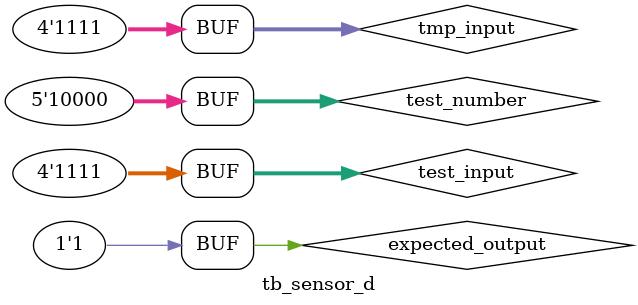
<source format=sv>

module tb_sensor_d
();

	wire [3:0] test_input;
	wire test_output;

	`define NUM_TEST_CASES 16
	`define MAX_TEST_VAL (`NUM_TEST_CASES - 1)
	
	reg [4:0] test_number;
	reg [3:0] tmp_input;
	reg expected_output;

	sensor_d DUT(.sensors(test_input), .error(test_output));
	
	assign test_input = tmp_input;
	
	initial
	begin
		for(test_number = 0; test_number < `NUM_TEST_CASES; test_number = test_number + 1)
		begin
			// Send test input to design
			tmp_input = test_number[3:0];
			
			// Calculate the expected result
			expected_output = 1'b0;
			
			if(tmp_input[0] == 1'b1)
			begin
				expected_output = 1'b1;
			end
			else if ((tmp_input[1] == 1'b1) && ((tmp_input[2] == 1'b1) || (tmp_input[3] == 1'b1)))
			begin
				expected_output = 1'b1;
			end
			
			// wait to allow design to process input
			#10ns 
			
			// Check expected with actual output from design
			if(test_output == expected_output) // Test case passed
				$display("Test case %d Passed!", test_number);
			else // Test case failed
				$display("Test case %d Failed!", test_number);
		end
	end
endmodule
</source>
